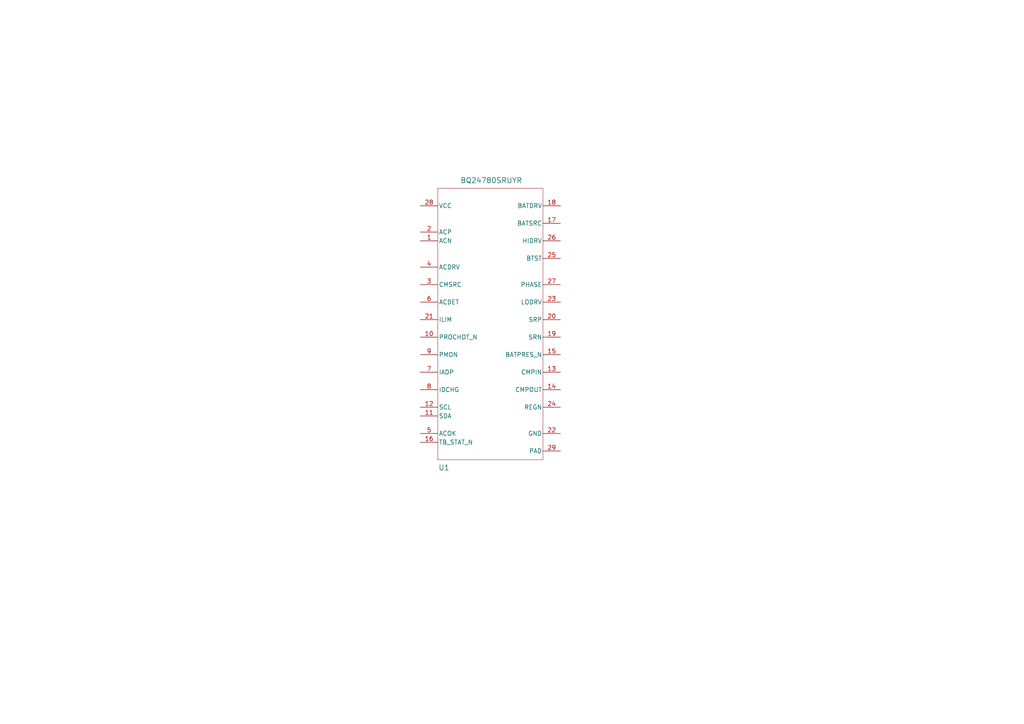
<source format=kicad_sch>
(kicad_sch (version 20250114) (generator "eeschema") (generator_version "9.0")
  (paper "A4")
  (title_block (title "Placa prueba BQ24780s") (date "2025-06-15") (rev "1.0"))
  (lib_symbols
    (symbol "project_sch_symbols:BQ24780SRUYR" (pin_names (offset 0.254))
      (property "Reference" "U" (at 0 2.54 0))
      (property "Value" "BQ24780SRUYR" (at 0 0 0))
      (symbol "BQ24780SRUYR_0_1"
        (polyline (pts (xy -15.24 38.1) (xy -15.24 -40.64)) (stroke (width 0.1016)))
        (polyline (pts (xy -15.24 -40.64) (xy 15.24 -40.64)) (stroke (width 0.1016)))
        (polyline (pts (xy 15.24 38.1) (xy -15.24 38.1)) (stroke (width 0.1016)))
        (polyline (pts (xy 15.24 -40.64) (xy 15.24 38.1)) (stroke (width 0.1016)))
        (pin power_in line (at -20.32 33.02 0) (length 5.08) (name "VCC") (number "28"))
        (pin input line (at -20.32 25.4 0) (length 5.08) (name "ACP") (number "2"))
        (pin input line (at -20.32 22.86 0) (length 5.08) (name "ACN") (number "1"))
        (pin output line (at -20.32 15.24 0) (length 5.08) (name "ACDRV") (number "4"))
        (pin input line (at -20.32 10.16 0) (length 5.08) (name "CMSRC") (number "3"))
        (pin input line (at -20.32 5.08 0) (length 5.08) (name "ACDET") (number "6"))
        (pin input line (at -20.32 0 0) (length 5.08) (name "ILIM") (number "21"))
        (pin output line (at -20.32 -5.08 0) (length 5.08) (name "PROCHOT_N") (number "10"))
        (pin output line (at -20.32 -10.16 0) (length 5.08) (name "PMON") (number "9"))
        (pin output line (at -20.32 -15.24 0) (length 5.08) (name "IADP") (number "7"))
        (pin output line (at -20.32 -20.32 0) (length 5.08) (name "IDCHG") (number "8"))
        (pin bidirectional line (at -20.32 -25.4 0) (length 5.08) (name "SCL") (number "12"))
        (pin bidirectional line (at -20.32 -27.94 0) (length 5.08) (name "SDA") (number "11"))
        (pin output line (at -20.32 -33.02 0) (length 5.08) (name "ACOK") (number "5"))
        (pin input line (at -20.32 -35.56 0) (length 5.08) (name "TB_STAT_N") (number "16"))
        (pin input line (at 20.32 33.02 180) (length 5.08) (name "BATDRV") (number "18"))
        (pin output line (at 20.32 27.94 180) (length 5.08) (name "BATSRC") (number "17"))
        (pin power_in line (at 20.32 22.86 180) (length 5.08) (name "HIDRV") (number "26"))
        (pin power_in line (at 20.32 17.78 180) (length 5.08) (name "BTST") (number "25"))
        (pin power_in line (at 20.32 10.16 180) (length 5.08) (name "PHASE") (number "27"))
        (pin output line (at 20.32 5.08 180) (length 5.08) (name "LODRV") (number "23"))
        (pin input line (at 20.32 0 180) (length 5.08) (name "SRP") (number "20"))
        (pin input line (at 20.32 -5.08 180) (length 5.08) (name "SRN") (number "19"))
        (pin input line (at 20.32 -10.16 180) (length 5.08) (name "BATPRES_N") (number "15"))
        (pin input line (at 20.32 -15.24 180) (length 5.08) (name "CMPIN") (number "13"))
        (pin output line (at 20.32 -20.32 180) (length 5.08) (name "CMPOUT") (number "14"))
        (pin power_in line (at 20.32 -25.4 180) (length 5.08) (name "REGN") (number "24"))
        (pin power_in line (at 20.32 -33.02 180) (length 5.08) (name "GND") (number "22"))
        (pin power_in line (at 20.32 -38.1 180) (length 5.08) (name "PAD") (number "29"))
      )
    )
  )
  (symbol (lib_id "project_sch_symbols:BQ24780SRUYR") (at 142.24 92.71 0) (unit 1)
    (property "Reference" "U1" (at 128.778 135.636 0) (effects (font (size 1.524 1.524))))
    (property "Value" "BQ24780SRUYR" (at 142.494 52.324 0) (effects (font (size 1.524 1.524))))
    (property "Footprint" "RUY0028A" (effects (hide yes)))
    (property "Datasheet" "BQ24780SRUYR" (effects (hide yes)))
  )
)
</source>
